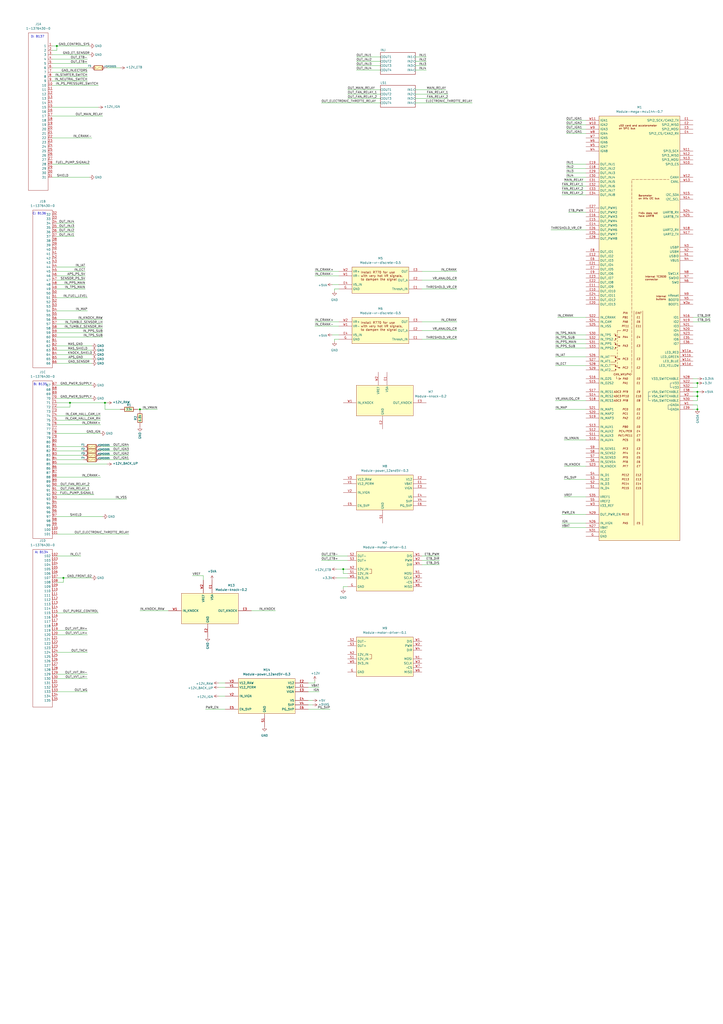
<source format=kicad_sch>
(kicad_sch (version 20231120) (generator "eeschema") (generator_version "8.0")
  (paper "A2" portrait)
  (title_block (date "2025-02-17"))
  (junction (at 33.02 26.67))
  (junction (at 199.39 330.2))
  (junction (at 405.13 229.87))
  (junction (at 81.28 237.49))
  (junction (at 405.13 237.49))
  (junction (at 40.64 233.68))
  (junction (at 36.83 335.28))
  (junction (at 405.13 227.33))
  (junction (at 405.13 222.25))
  (junction (at 60.96 233.68))
  (wire (pts (xy 33.02 26.67) (xy 52.07 26.67)))
  (wire (pts (xy 33.02 243.84) (xy 58.42 243.84)))
  (wire (pts (xy 322.58 212.09) (xy 340.36 212.09)))
  (wire (pts (xy 196.85 196.85) (xy 194.31 196.85)))
  (wire (pts (xy 58.42 264.16) (xy 74.93 264.16)))
  (wire (pts (xy 327.66 270.51) (xy 340.36 270.51)))
  (wire (pts (xy 33.02 355.6) (xy 57.15 355.6)))
  (wire (pts (xy 322.58 237.49) (xy 340.36 237.49)))
  (wire (pts (xy 33.02 157.48) (xy 49.53 157.48)))
  (wire (pts (xy 30.48 80.01) (xy 53.34 80.01)))
  (wire (pts (xy 33.02 299.72) (xy 59.69 299.72)))
  (wire (pts (xy 194.31 196.85) (xy 194.31 198.12)))
  (wire (pts (xy 182.88 186.69) (xy 196.85 186.69)))
  (wire (pts (xy 33.02 335.28) (xy 36.83 335.28)))
  (wire (pts (xy 405.13 234.95) (xy 405.13 237.49)))
  (wire (pts (xy 179.07 406.4) (xy 181.61 406.4)))
  (wire (pts (xy 30.48 31.75) (xy 52.07 31.75)))
  (wire (pts (xy 241.3 35.56) (xy 247.65 35.56)))
  (wire (pts (xy 33.02 162.56) (xy 49.53 162.56)))
  (wire (pts (xy 182.88 160.02) (xy 196.85 160.02)))
  (wire (pts (xy 127 396.24) (xy 130.81 396.24)))
  (wire (pts (xy 245.11 327.66) (xy 255.27 327.66)))
  (wire (pts (xy 30.48 46.99) (xy 50.8 46.99)))
  (wire (pts (xy 326.39 107.95) (xy 340.36 107.95)))
  (wire (pts (xy 207.01 40.64) (xy 220.98 40.64)))
  (wire (pts (xy 80.01 237.49) (xy 81.28 237.49)))
  (wire (pts (xy 33.02 208.28) (xy 53.34 208.28)))
  (wire (pts (xy 33.02 132.08) (xy 43.18 132.08)))
  (wire (pts (xy 328.93 74.93) (xy 340.36 74.93)))
  (wire (pts (xy 60.96 237.49) (xy 60.96 233.68)))
  (wire (pts (xy 199.39 340.36) (xy 199.39 341.63)))
  (wire (pts (xy 322.58 232.41) (xy 340.36 232.41)))
  (wire (pts (xy 33.02 172.72) (xy 50.8 172.72)))
  (wire (pts (xy 179.07 398.78) (xy 185.42 398.78)))
  (wire (pts (xy 33.02 393.7) (xy 50.8 393.7)))
  (wire (pts (xy 30.48 62.23) (xy 57.15 62.23)))
  (wire (pts (xy 194.31 167.64) (xy 194.31 168.91)))
  (wire (pts (xy 402.59 224.79) (xy 405.13 224.79)))
  (wire (pts (xy 207.01 35.56) (xy 220.98 35.56)))
  (wire (pts (xy 405.13 224.79) (xy 405.13 222.25)))
  (wire (pts (xy 245.11 196.85) (xy 265.43 196.85)))
  (wire (pts (xy 33.02 203.2) (xy 53.34 203.2)))
  (wire (pts (xy 245.11 191.77) (xy 265.43 191.77)))
  (wire (pts (xy 30.48 95.25) (xy 52.07 95.25)))
  (wire (pts (xy 33.02 129.54) (xy 43.18 129.54)))
  (wire (pts (xy 33.02 368.3) (xy 50.8 368.3)))
  (wire (pts (xy 33.02 309.88) (xy 74.93 309.88)))
  (wire (pts (xy 402.59 227.33) (xy 405.13 227.33)))
  (wire (pts (xy 30.48 44.45) (xy 50.8 44.45)))
  (wire (pts (xy 33.02 236.22) (xy 40.64 236.22)))
  (wire (pts (xy 33.02 134.62) (xy 43.18 134.62)))
  (wire (pts (xy 33.02 233.68) (xy 40.64 233.68)))
  (wire (pts (xy 33.02 378.46) (xy 50.8 378.46)))
  (wire (pts (xy 322.58 201.93) (xy 340.36 201.93)))
  (wire (pts (xy 33.02 266.7) (xy 48.26 266.7)))
  (wire (pts (xy 196.85 167.64) (xy 194.31 167.64)))
  (wire (pts (xy 186.69 59.69) (xy 220.98 59.69)))
  (wire (pts (xy 146.05 354.33) (xy 160.02 354.33)))
  (wire (pts (xy 328.93 97.79) (xy 340.36 97.79)))
  (wire (pts (xy 33.02 210.82) (xy 53.34 210.82)))
  (wire (pts (xy 323.85 184.15) (xy 340.36 184.15)))
  (wire (pts (xy 30.48 34.29) (xy 50.8 34.29)))
  (wire (pts (xy 330.2 123.19) (xy 340.36 123.19)))
  (wire (pts (xy 326.39 113.03) (xy 340.36 113.03)))
  (wire (pts (xy 241.3 52.07) (xy 259.08 52.07)))
  (wire (pts (xy 328.93 100.33) (xy 340.36 100.33)))
  (wire (pts (xy 245.11 322.58) (xy 255.27 322.58)))
  (wire (pts (xy 127 398.78) (xy 130.81 398.78)))
  (wire (pts (xy 201.93 54.61) (xy 220.98 54.61)))
  (wire (pts (xy 33.02 167.64) (xy 49.53 167.64)))
  (wire (pts (xy 36.83 337.82) (xy 36.83 335.28)))
  (wire (pts (xy 33.02 269.24) (xy 62.23 269.24)))
  (wire (pts (xy 402.59 219.71) (xy 405.13 219.71)))
  (wire (pts (xy 199.39 332.74) (xy 199.39 330.2)))
  (wire (pts (xy 241.3 57.15) (xy 260.35 57.15)))
  (wire (pts (xy 30.48 39.37) (xy 52.07 39.37)))
  (wire (pts (xy 322.58 199.39) (xy 340.36 199.39)))
  (wire (pts (xy 33.02 284.48) (xy 52.07 284.48)))
  (wire (pts (xy 33.02 205.74) (xy 53.34 205.74)))
  (wire (pts (xy 33.02 231.14) (xy 53.34 231.14)))
  (wire (pts (xy 402.59 222.25) (xy 405.13 222.25)))
  (wire (pts (xy 328.93 95.25) (xy 340.36 95.25)))
  (wire (pts (xy 33.02 391.16) (xy 50.8 391.16)))
  (wire (pts (xy 201.93 52.07) (xy 220.98 52.07)))
  (wire (pts (xy 33.02 287.02) (xy 54.61 287.02)))
  (wire (pts (xy 405.13 232.41) (xy 405.13 229.87)))
  (wire (pts (xy 33.02 289.56) (xy 73.66 289.56)))
  (wire (pts (xy 33.02 154.94) (xy 49.53 154.94)))
  (wire (pts (xy 207.01 38.1) (xy 220.98 38.1)))
  (wire (pts (xy 69.85 237.49) (xy 60.96 237.49)))
  (wire (pts (xy 320.04 133.35) (xy 340.36 133.35)))
  (wire (pts (xy 33.02 276.86) (xy 58.42 276.86)))
  (wire (pts (xy 245.11 325.12) (xy 255.27 325.12)))
  (wire (pts (xy 33.02 401.32) (xy 50.8 401.32)))
  (wire (pts (xy 36.83 335.28) (xy 53.34 335.28)))
  (wire (pts (xy 327.66 255.27) (xy 340.36 255.27)))
  (wire (pts (xy 193.04 165.1) (xy 196.85 165.1)))
  (wire (pts (xy 402.59 186.69) (xy 412.75 186.69)))
  (wire (pts (xy 241.3 33.02) (xy 247.65 33.02)))
  (wire (pts (xy 30.48 102.87) (xy 52.07 102.87)))
  (wire (pts (xy 30.48 29.21) (xy 33.02 29.21)))
  (wire (pts (xy 33.02 193.04) (xy 59.69 193.04)))
  (wire (pts (xy 127 403.86) (xy 130.81 403.86)))
  (wire (pts (xy 40.64 236.22) (xy 40.64 233.68)))
  (wire (pts (xy 30.48 41.91) (xy 50.8 41.91)))
  (wire (pts (xy 402.59 229.87) (xy 405.13 229.87)))
  (wire (pts (xy 33.02 241.3) (xy 58.42 241.3)))
  (wire (pts (xy 402.59 234.95) (xy 405.13 234.95)))
  (wire (pts (xy 33.02 137.16) (xy 43.18 137.16)))
  (wire (pts (xy 33.02 264.16) (xy 48.26 264.16)))
  (wire (pts (xy 322.58 207.01) (xy 340.36 207.01)))
  (wire (pts (xy 241.3 54.61) (xy 260.35 54.61)))
  (wire (pts (xy 402.59 184.15) (xy 412.75 184.15)))
  (wire (pts (xy 33.02 180.34) (xy 50.8 180.34)))
  (wire (pts (xy 33.02 281.94) (xy 52.07 281.94)))
  (wire (pts (xy 33.02 190.5) (xy 59.69 190.5)))
  (wire (pts (xy 326.39 110.49) (xy 340.36 110.49)))
  (wire (pts (xy 201.93 57.15) (xy 220.98 57.15)))
  (wire (pts (xy 33.02 195.58) (xy 59.69 195.58)))
  (wire (pts (xy 186.69 322.58) (xy 201.93 322.58)))
  (wire (pts (xy 328.93 69.85) (xy 340.36 69.85)))
  (wire (pts (xy 245.11 157.48) (xy 265.43 157.48)))
  (wire (pts (xy 322.58 194.31) (xy 340.36 194.31)))
  (wire (pts (xy 195.58 330.2) (xy 199.39 330.2)))
  (wire (pts (xy 33.02 200.66) (xy 53.34 200.66)))
  (wire (pts (xy 402.59 232.41) (xy 405.13 232.41)))
  (wire (pts (xy 81.28 354.33) (xy 97.79 354.33)))
  (wire (pts (xy 326.39 303.53) (xy 340.36 303.53)))
  (wire (pts (xy 30.48 36.83) (xy 50.8 36.83)))
  (wire (pts (xy 179.07 396.24) (xy 182.88 396.24)))
  (wire (pts (xy 322.58 196.85) (xy 340.36 196.85)))
  (wire (pts (xy 40.64 233.68) (xy 60.96 233.68)))
  (wire (pts (xy 58.42 261.62) (xy 74.93 261.62)))
  (wire (pts (xy 327.66 288.29) (xy 340.36 288.29)))
  (wire (pts (xy 186.69 325.12) (xy 201.93 325.12)))
  (wire (pts (xy 30.48 26.67) (xy 33.02 26.67)))
  (wire (pts (xy 182.88 157.48) (xy 196.85 157.48)))
  (wire (pts (xy 195.58 335.28) (xy 201.93 335.28)))
  (wire (pts (xy 405.13 227.33) (xy 406.4 227.33)))
  (wire (pts (xy 30.48 67.31) (xy 59.69 67.31)))
  (wire (pts (xy 245.11 167.64) (xy 265.43 167.64)))
  (wire (pts (xy 328.93 77.47) (xy 340.36 77.47)))
  (wire (pts (xy 33.02 322.58) (xy 46.99 322.58)))
  (wire (pts (xy 241.3 59.69) (xy 274.32 59.69)))
  (wire (pts (xy 33.02 261.62) (xy 48.26 261.62)))
  (wire (pts (xy 33.02 365.76) (xy 50.8 365.76)))
  (wire (pts (xy 33.02 259.08) (xy 48.26 259.08)))
  (wire (pts (xy 201.93 340.36) (xy 199.39 340.36)))
  (wire (pts (xy 33.02 337.82) (xy 36.83 337.82)))
  (wire (pts (xy 33.02 251.46) (xy 58.42 251.46)))
  (wire (pts (xy 30.48 49.53) (xy 57.15 49.53)))
  (wire (pts (xy 179.07 411.48) (xy 191.77 411.48)))
  (wire (pts (xy 33.02 246.38) (xy 58.42 246.38)))
  (wire (pts (xy 33.02 223.52) (xy 53.34 223.52)))
  (wire (pts (xy 201.93 332.74) (xy 199.39 332.74)))
  (wire (pts (xy 81.28 237.49) (xy 91.44 237.49)))
  (wire (pts (xy 328.93 72.39) (xy 340.36 72.39)))
  (wire (pts (xy 241.3 40.64) (xy 247.65 40.64)))
  (wire (pts (xy 193.04 194.31) (xy 196.85 194.31)))
  (wire (pts (xy 405.13 227.33) (xy 405.13 229.87)))
  (wire (pts (xy 207.01 33.02) (xy 220.98 33.02)))
  (wire (pts (xy 33.02 165.1) (xy 49.53 165.1)))
  (wire (pts (xy 58.42 259.08) (xy 74.93 259.08)))
  (wire (pts (xy 402.59 237.49) (xy 405.13 237.49)))
  (wire (pts (xy 326.39 306.07) (xy 340.36 306.07)))
  (wire (pts (xy 182.88 396.24) (xy 182.88 394.97)))
  (wire (pts (xy 327.66 105.41) (xy 340.36 105.41)))
  (wire (pts (xy 327.66 278.13) (xy 340.36 278.13)))
  (wire (pts (xy 119.38 411.48) (xy 130.81 411.48)))
  (wire (pts (xy 58.42 266.7) (xy 74.93 266.7)))
  (wire (pts (xy 33.02 29.21) (xy 33.02 26.67)))
  (wire (pts (xy 62.23 39.37) (xy 69.85 39.37)))
  (wire (pts (xy 199.39 330.2) (xy 201.93 330.2)))
  (wire (pts (xy 245.11 186.69) (xy 265.43 186.69)))
  (wire (pts (xy 60.96 233.68) (xy 62.23 233.68)))
  (wire (pts (xy 241.3 38.1) (xy 247.65 38.1)))
  (wire (pts (xy 179.07 401.32) (xy 185.42 401.32)))
  (wire (pts (xy 182.88 189.23) (xy 196.85 189.23)))
  (wire (pts (xy 33.02 185.42) (xy 59.69 185.42)))
  (wire (pts (xy 33.02 160.02) (xy 49.53 160.02)))
  (wire (pts (xy 111.76 334.01) (xy 118.11 334.01)))
  (wire (pts (xy 245.11 162.56) (xy 265.43 162.56)))
  (wire (pts (xy 179.07 408.94) (xy 181.61 408.94)))
  (wire (pts (xy 326.39 298.45) (xy 340.36 298.45)))
  (wire (pts (xy 328.93 102.87) (xy 340.36 102.87)))
  (wire (pts (xy 33.02 187.96) (xy 59.69 187.96)))
  (wire (pts (xy 118.11 334.01) (xy 118.11 336.55)))
  (text "B: B135" (at 23.368 223.012 0) (effects (font (size 1.27 1.27))))
  (text "A: B134" (at 24.13 320.548 0) (effects (font (size 1.27 1.27))))
  (text "D: B137" (at 21.844 21.336 0) (effects (font (size 1.27 1.27))))
  (text "C: B136" (at 22.86 123.952 0) (effects (font (size 1.27 1.27))))
  (label "IN_TPS_SUB" (at 322.58 196.85 0))
  (label "OUT_INJ1" (at 207.01 33.02 0))
  (label "OUT_INJ1" (at 43.18 137.16 180))
  (label "IGN" (at 185.42 401.32 180))
  (label "THRESHOLD_VR_CR" (at 265.43 196.85 180))
  (label "ETB_DIR" (at 412.75 184.15 180))
  (label "PWR_EN" (at 119.38 411.48 0))
  (label "FAN_RELAY_2" (at 260.35 57.15 180))
  (label "GND_IGN" (at 58.42 251.46 180))
  (label "OUT_INJ2" (at 207.01 35.56 0))
  (label "IN_PPS_SUB" (at 322.58 201.93 0))
  (label "FUEL_PUMP_SIGNAL2" (at 52.07 95.25 180))
  (label "OUT_PURGE_CONTROL" (at 57.15 355.6 180))
  (label "IN_TPS_MAIN" (at 49.53 167.64 180))
  (label "FUEL_PUMP_SIGNAL1" (at 54.61 287.02 180))
  (label "OUT_IGN4" (at 74.93 259.08 180))
  (label "FAN_RELAY_2" (at 326.39 113.03 0))
  (label "INJ1" (at 328.93 95.25 0))
  (label "INJ3" (at 247.65 38.1 180))
  (label "GND_ET_SENSOR" (at 52.07 31.75 180))
  (label "OUT_INJ4" (at 207.01 40.64 0))
  (label "FAN_RELAY_1" (at 260.35 54.61 180))
  (label "GND_PWER_SUPPLY" (at 53.34 231.14 180))
  (label "INJ3" (at 328.93 100.33 0))
  (label "THRESHOLD_VR_CR" (at 265.43 167.64 180))
  (label "OUT_FAN_RELAY_2" (at 201.93 57.15 0))
  (label "INJ4" (at 247.65 40.64 180))
  (label "OUT_VVT_LH-" (at 50.8 393.7 180))
  (label "OUT_IGN1" (at 74.93 266.7 180))
  (label "INJ1" (at 247.65 33.02 180))
  (label "IN_CRANK" (at 265.43 157.48 180))
  (label "OUT_TACH" (at 50.8 378.46 180))
  (label "OUT_INJ4" (at 43.18 129.54 180))
  (label "IN_TUMBLE_SENSOR_LH" (at 59.69 187.96 180))
  (label "OUT_INJ2" (at 43.18 134.62 180))
  (label "IN_STARTER_SWITCH" (at 50.8 44.45 180))
  (label "OUT_FAN_RELAY_1" (at 52.07 284.48 180))
  (label "FAN_RELAY_2" (at 326.39 110.49 0))
  (label "OUT_ETB+" (at 186.69 325.12 0))
  (label "PG_5VP" (at 327.66 278.13 0))
  (label "OUT_IGN2" (at 328.93 72.39 0))
  (label "IGN" (at 326.39 303.53 0))
  (label "IN_CRANK-" (at 182.88 189.23 0))
  (label "VR_ANALOG_CR" (at 265.43 162.56 180))
  (label "IN_KNOCK" (at 160.02 354.33 180))
  (label "VREF" (at 111.76 334.01 0))
  (label "ETB_PWM" (at 330.2 123.19 0))
  (label "GND_PWER_SUPPLY" (at 53.34 223.52 180))
  (label "MAS_SHIELD" (at 39.37 203.2 0))
  (label "OUT_ELECTRONIC_THROTTE_RELAY" (at 74.93 309.88 180))
  (label "OUT_ELECTRONIC_THROTTE_RELAY" (at 186.69 59.69 0))
  (label "IN_CRANK+" (at 182.88 157.48 0))
  (label "OUT_IGN2" (at 74.93 264.16 180))
  (label "OUT_ETB-" (at 186.69 322.58 0))
  (label "IN_KNOCK" (at 327.66 270.51 0))
  (label "IN_KNOCK_RAW" (at 81.28 354.33 0))
  (label "FAN_RELAY_1" (at 326.39 107.95 0))
  (label "IN_CAM_HALL_CAM_RH" (at 58.42 243.84 180))
  (label "OUT_FAN_RELAY_2" (at 52.07 281.94 180))
  (label "OUT_IGN1" (at 328.93 74.93 0))
  (label "GND_CONTROL_SYS" (at 52.07 26.67 180))
  (label "APS_PS_5V" (at 49.53 160.02 180))
  (label "IN_CRANK" (at 323.85 184.15 0))
  (label "OUT_ETB-" (at 50.8 34.29 180))
  (label "OUT_VVT_RH+" (at 50.8 365.76 180))
  (label "IN_TUMBLE_SENSOR_RH" (at 59.69 190.5 180))
  (label "OUT_VVT_LH+" (at 50.8 368.3 180))
  (label "INJ2" (at 328.93 97.79 0))
  (label "IN_CRANK-" (at 182.88 160.02 0))
  (label "VREF" (at 327.66 288.29 0))
  (label "INJ2" (at 247.65 35.56 180))
  (label "GND_FRONT_02" (at 53.34 335.28 180))
  (label "IN_PPS_SUB" (at 59.69 193.04 180))
  (label "IN_CLT" (at 46.99 322.58 180))
  (label "ETB_DIS" (at 412.75 186.69 180))
  (label "IN_PS_PRESSURE_SWIITCH" (at 57.15 49.53 180))
  (label "OUT_IGN1" (at 328.93 69.85 0))
  (label "IN_IAT" (at 49.53 154.94 180))
  (label "ETB_DIS" (at 255.27 327.66 180))
  (label "ELECTRONIC_THROTTE_RELAY" (at 274.32 59.69 180))
  (label "IN_ECT" (at 49.53 157.48 180))
  (label "GND_SENSOR" (at 52.07 210.82 180))
  (label "IN_CRANK+" (at 182.88 186.69 0))
  (label "IN_CAM_HALL_CAM_LH" (at 58.42 241.3 180))
  (label "OUT_IGN3" (at 74.93 261.62 180))
  (label "OUT_ETB+" (at 50.8 36.83 180))
  (label "THRESHOLD_VR_CR" (at 320.04 133.35 0))
  (label "VR_ANALOG_CR" (at 265.43 191.77 180))
  (label "VBAT" (at 326.39 306.07 0))
  (label "OUT_MAIN_RELAY" (at 201.93 52.07 0))
  (label "IN_MAP" (at 322.58 237.49 0))
  (label "SHIELD" (at 40.64 299.72 0))
  (label "IN_FUEL_LEVEL" (at 50.8 172.72 180))
  (label "INJ4" (at 328.93 102.87 0))
  (label "VBAT" (at 185.42 398.78 180))
  (label "VR_ANALOG_CR" (at 322.58 232.41 0))
  (label "IN_TPS_SUB" (at 59.69 195.58 180))
  (label "ETB_PWM" (at 255.27 322.58 180))
  (label "IN_IAT" (at 322.58 207.01 0))
  (label "IN_CRANK-" (at 53.34 80.01 180))
  (label "IN_ECT" (at 322.58 212.09 0))
  (label "OUT_FAN_RELAY_1" (at 201.93 54.61 0))
  (label "KNOCK_SHIELD" (at 39.37 205.74 0))
  (label "IN_CRANK-" (at 58.42 276.86 180))
  (label "IN_NEUTRAL_SWITCH" (at 50.8 46.99 180))
  (label "SENSOR_PS_5V" (at 49.53 162.56 180))
  (label "IN_VMAIN" (at 91.44 237.49 180))
  (label "IN_MAP" (at 50.8 180.34 180))
  (label "ETB_DIR" (at 255.27 325.12 180))
  (label "OUT_IGN1" (at 328.93 77.47 0))
  (label "IN_PPS_MAIN" (at 49.53 165.1 180))
  (label "IN_TPS_MAIN" (at 322.58 194.31 0))
  (label "IN_CRANK" (at 265.43 186.69 180))
  (label "IN_KNOCK_RAW" (at 59.69 185.42 180))
  (label "SHIELD" (at 33.02 102.87 0))
  (label "OUT_MAIN_RELAY" (at 59.69 67.31 180))
  (label "IN_CRANK+" (at 58.42 246.38 180))
  (label "PG_5VP" (at 191.77 411.48 180))
  (label "OUT_INJ3" (at 43.18 132.08 180))
  (label "MAS_GND" (at 39.37 200.66 0))
  (label "IN_VSS" (at 73.66 289.56 180))
  (label "OUT_WG" (at 50.8 401.32 180))
  (label "OUT_VVT_RH-" (at 50.8 391.16 180))
  (label "GND_INJECTORS" (at 50.8 41.91 180))
  (label "PWR_EN" (at 326.39 298.45 0))
  (label "IN_VMAIN" (at 327.66 255.27 0))
  (label "IN_PPS_MAIN" (at 322.58 199.39 0))
  (label "MAIN_RELAY" (at 259.08 52.07 180))
  (label "APS_GND" (at 48.26 208.28 180))
  (label "MAIN_RELAY" (at 327.66 105.41 0))
  (label "OUT_INJ3" (at 207.01 38.1 0))
  (symbol (lib_id "hellen-one-common:+12V_RAW") (at 127 403.86 90) (mirror x) (unit 1)
    (property "Reference" "#PWR020" (effects (hide yes)))
    (property "Value" "+12V_IGN" (at 123.8249 404.2283 90) (effects (justify left)))
  )
  (symbol (lib_id "power:GND") (at 53.34 200.66 90) (mirror x) (unit 1)
    (property "Reference" "#PWR054" (effects (hide yes)))
    (property "Value" "GND" (at 58.42 200.66 90))
  )
  (symbol (lib_id "hellen-one-power_12and5V-0.3:Module-power_12and5V-0.3") (at 138.43 393.7 0) (unit 1)
    (property "Reference" "M14" (at 154.94 388.62 0))
    (property "Value" "Module-power_12and5V-0.3" (at 154.94 391.16 0))
    (property "Footprint" "hellen-one-power_12and5V-0.3:power_12and5V" (effects (hide yes)))
    (property "Description" "Hellen-One Power_12and5V Module" (effects (hide yes)))
  )
  (symbol (lib_id "hellen-one-common:+12V_RAW") (at 195.58 330.2 90) (mirror x) (unit 1)
    (property "Reference" "#PWR024" (effects (hide yes)))
    (property "Value" "+12V_ETB" (at 192.4049 330.5683 90) (effects (justify left)))
  )
  (symbol (lib_id "power:GND") (at 52.07 31.75 90) (mirror x) (unit 1)
    (property "Reference" "#PWR016" (effects (hide yes)))
    (property "Value" "GND" (at 57.15 31.75 90))
  )
  (symbol (lib_id "hellen-one-mega-mcu144-0.7:Module-mega-mcu144-0.7") (at 340.36 69.85 0) (unit 1)
    (property "Reference" "M1" (at 371.475 62.23 0))
    (property "Value" "Module-mega-mcu144-0.7" (at 371.475 64.77 0))
    (property "Footprint" "hellen-one-mega-mcu144-0.7:mega-mcu144" (effects (hide yes)))
    (property "Description" "Hellen One MEGA_MCU144 Module" (effects (hide yes)))
    (property "PUBLISHER" "qwerty-off" (effects (hide yes)))
    (property "SUPPLIER PART NUMBER 1" "*" (effects (hide yes)))
    (property "SUPPLIER PART NUMBER 2" "*" (effects (hide yes)))
    (property "SUPPLIER 1" "Mouser" (effects (hide yes)))
    (property "SUPPLIER 2" "Digi-Key" (effects (hide yes)))
    (property "FITTED" "False" (effects (hide yes)))
    (property "SUPPLIER 3" "LCSC" (effects (hide yes)))
    (property "TYPE" "Module" (effects (hide yes)))
  )
  (symbol (lib_id "power:+5VA") (at 193.04 194.31 90) (mirror x) (unit 1)
    (property "Reference" "#PWR05" (effects (hide yes)))
    (property "Value" "+5VA" (at 187.4456 194.6783 90))
  )
  (symbol (lib_id "hellen-one-common:Res") (at 81.28 247.65 90) (unit 1)
    (property "Reference" "R2" (at 78.74 242.57 0))
    (property "Value" "6.8k" (at 81.28 242.57 0))
    (property "Footprint" "hellen-one-common:R0603" (effects (hide yes)))
    (property "LCSC" "C23212" (effects (hide yes)))
  )
  (symbol (lib_id "hellen-one-can-0.1:Module-can-0.1") (at 499.11 44.45 0) (unit 1)
    (property "Reference" "M4" (at 515.62 39.37 0))
    (property "Value" "Module-can-0.1" (at 515.62 41.91 0))
    (property "Footprint" "hellen-one-can-0.1:can" (effects (hide yes)))
    (property "Description" "Hellen-One CAN Module" (effects (hide yes)))
  )
  (symbol (lib_id "hellen-one-common:Fuse-Pad-Pad") (at 53.34 259.08 0) (unit 1)
    (property "Reference" "F1" (at 48.26 257.9948 0) (effects (font (size 1.016 1.016))))
    (property "Value" "nSMD005" (at 60.2327 258.2221 0) (effects (font (size 1.016 1.016))))
    (property "Footprint" "hellen-one-common:PAD-1206-PAD" (effects (hide yes)))
    (property "LCSC" "C369153" (effects (hide yes)))
  )
  (symbol (lib_id "power:GND") (at 120.65 369.57 0) (mirror y) (unit 1)
    (property "Reference" "#PWR01" (effects (hide yes)))
    (property "Value" "GND" (at 120.65 374.65 90))
  )
  (symbol (lib_id "power:+5VA") (at 406.4 227.33 270) (mirror x) (unit 1)
    (property "Reference" "#PWR029" (effects (hide yes)))
    (property "Value" "+5VA" (at 411.734 227.33 90))
  )
  (symbol (lib_id "power:GND") (at 53.34 223.52 90) (mirror x) (unit 1)
    (property "Reference" "#PWR013" (effects (hide yes)))
    (property "Value" "GND" (at 58.42 223.52 90))
  )
  (symbol (lib_id "hellen-one-common:+12V_RAW") (at 62.23 233.68 270) (mirror x) (unit 1)
    (property "Reference" "#PWR09" (effects (hide yes)))
    (property "Value" "+12V_RAW" (at 65.4051 233.3117 90) (effects (justify left)))
  )
  (symbol (lib_id "power:+3.3V") (at 195.58 335.28 90) (unit 1)
    (property "Reference" "#PWR050" (effects (hide yes)))
    (property "Value" "+3.3V" (at 193.04 335.28 90) (effects (justify left)))
  )
  (symbol (lib_id "power:GND") (at 52.07 26.67 90) (mirror x) (unit 1)
    (property "Reference" "#PWR017" (effects (hide yes)))
    (property "Value" "GND" (at 57.15 26.67 90))
  )
  (symbol (lib_id "hellen-one-common:Fuse-Pad-Pad") (at 57.15 39.37 0) (unit 1)
    (property "Reference" "F5" (at 52.07 38.2848 0) (effects (font (size 1.016 1.016))))
    (property "Value" "nSMD005" (at 64.0427 38.5121 0) (effects (font (size 1.016 1.016))))
    (property "Footprint" "hellen-one-common:PAD-1206-PAD" (effects (hide yes)))
    (property "LCSC" "C369153" (effects (hide yes)))
  )
  (symbol (lib_id "power:GND") (at 81.28 247.65 0) (mirror y) (unit 1)
    (property "Reference" "#PWR021" (effects (hide yes)))
    (property "Value" "GND" (at 81.28 252.73 90))
  )
  (symbol (lib_id "hellen-one-motor-driver-0.1:Module-motor-driver-0.1") (at 207.01 369.57 0) (unit 1)
    (property "Reference" "M9" (at 223.52 364.49 0))
    (property "Value" "Module-motor-driver-0.1" (at 223.52 367.03 0))
    (property "Footprint" "hellen-one-motor-driver-0.1:motor-driver" (effects (hide yes)))
  )
  (symbol (lib_id "power:GND") (at 52.07 102.87 90) (mirror x) (unit 1)
    (property "Reference" "#PWR033" (effects (hide yes)))
    (property "Value" "GND" (at 57.15 102.87 90))
  )
  (symbol (lib_id "hellen-one-vr-discrete-0.5:Module-vr-discrete-0.5") (at 204.47 154.94 0) (unit 1)
    (property "Reference" "M5" (at 220.98 149.86 0))
    (property "Value" "Module-vr-discrete-0.5" (at 220.98 152.4 0))
    (property "Footprint" "hellen-one-vr-discrete-0.5:vr-discrete" (effects (hide yes)))
  )
  (symbol (lib_id "power:GND") (at 194.31 198.12 0) (mirror y) (unit 1)
    (property "Reference" "#PWR06" (effects (hide yes)))
    (property "Value" "GND" (at 194.31 203.2 0))
  )
  (symbol (lib_id "hellen-one-common:+12V_RAW") (at 57.15 62.23 270) (mirror x) (unit 1)
    (property "Reference" "#PWR08" (effects (hide yes)))
    (property "Value" "+12V_IGN" (at 60.3251 61.8617 90) (effects (justify left)))
  )
  (symbol (lib_id "hellen-one-vr-discrete-0.5:Module-vr-discrete-0.5") (at 204.47 184.15 0) (unit 1)
    (property "Reference" "M6" (at 220.98 179.07 0))
    (property "Value" "Module-vr-discrete-0.5" (at 220.98 181.61 0))
    (property "Footprint" "hellen-one-vr-discrete-0.5:vr-discrete" (effects (hide yes)))
  )
  (symbol (lib_id "power:GND") (at 194.31 168.91 0) (mirror y) (unit 1)
    (property "Reference" "#PWR04" (effects (hide yes)))
    (property "Value" "GND" (at 194.31 173.99 0))
  )
  (symbol (lib_id "hellen-one-knock-0.2:Module-knock-0.2") (at 207.01 223.52 0) (unit 1)
    (property "Reference" "M7" (at 250.19 227.3614 0))
    (property "Value" "Module-knock-0.2" (at 250.19 229.9014 0))
    (property "Footprint" "hellen-one-knock-0.2:knock" (effects (hide yes)))
    (property "Description" "Hellen-One Knock Pre-amplifier Module" (effects (hide yes)))
  )
  (symbol (lib_id "rusefi_1-1376430-0_135pin:1-1376430-0") (at 30.48 266.7 0) (mirror y) (unit 3)
    (property "Reference" "J1" (at 24.765 215.9 0))
    (property "Value" "1-1376430-0" (at 24.765 218.44 0))
    (property "Footprint" "STI:1-1376430-0" (effects (hide yes)))
  )
  (symbol (lib_id "power:GND") (at 53.34 231.14 90) (mirror x) (unit 1)
    (property "Reference" "#PWR012" (effects (hide yes)))
    (property "Value" "GND" (at 58.42 231.14 90))
  )
  (symbol (lib_id "power:GND") (at 58.42 251.46 90) (mirror x) (unit 1)
    (property "Reference" "#PWR011" (effects (hide yes)))
    (property "Value" "GND" (at 63.5 251.46 90))
  )
  (symbol (lib_id "power:GND") (at 153.67 421.64 0) (mirror y) (unit 1)
    (property "Reference" "#PWR018" (effects (hide yes)))
    (property "Value" "GND" (at 153.67 426.72 0))
  )
  (symbol (lib_id "power:GND") (at 53.34 210.82 90) (mirror x) (unit 1)
    (property "Reference" "#PWR014" (effects (hide yes)))
    (property "Value" "GND" (at 58.42 210.82 90))
  )
  (symbol (lib_id "hellen-one-common:Res") (at 69.85 237.49 0) (unit 1)
    (property "Reference" "R1" (at 74.93 234.95 0))
    (property "Value" "33k" (at 74.93 237.49 0))
    (property "Footprint" "hellen-one-common:R0603" (effects (hide yes)))
    (property "LCSC" "C4216" (effects (hide yes)))
  )
  (symbol (lib_id "hellen-one-power_12and5V-0.3:Module-power_12and5V-0.3") (at 207.01 275.59 0) (unit 1)
    (property "Reference" "M8" (at 223.52 270.51 0))
    (property "Value" "Module-power_12and5V-0.3" (at 223.52 273.05 0))
    (property "Footprint" "hellen-one-power_12and5V-0.3:power_12and5V" (effects (hide yes)))
    (property "Description" "Hellen-One Power_12and5V Module" (effects (hide yes)))
  )
  (symbol (lib_id "hellen-one-motor-driver-0.1:Module-motor-driver-0.1") (at 207.01 320.04 0) (unit 1)
    (property "Reference" "M2" (at 223.52 314.96 0))
    (property "Value" "Module-motor-driver-0.1" (at 223.52 317.5 0))
    (property "Footprint" "hellen-one-motor-driver-0.1:motor-driver" (effects (hide yes)))
  )
  (symbol (lib_id "power:+5VA") (at 193.04 165.1 90) (mirror x) (unit 1)
    (property "Reference" "#PWR03" (effects (hide yes)))
    (property "Value" "+5VA" (at 187.4456 165.4683 90))
  )
  (symbol (lib_id "power:GND") (at 53.34 205.74 90) (mirror x) (unit 1)
    (property "Reference" "#PWR052" (effects (hide yes)))
    (property "Value" "GND" (at 58.42 205.74 90))
  )
  (symbol (lib_id "power:GND") (at 53.34 335.28 90) (mirror x) (unit 1)
    (property "Reference" "#PWR010" (effects (hide yes)))
    (property "Value" "GND" (at 58.42 335.28 90))
  )
  (symbol (lib_id "hellen-one-knock-0.2:Module-knock-0.2") (at 105.41 344.17 0) (unit 1)
    (property "Reference" "M13" (at 134.366 339.598 0))
    (property "Value" "Module-knock-0.2" (at 134.366 342.138 0))
    (property "Footprint" "hellen-one-knock-0.2:knock" (effects (hide yes)))
    (property "Description" "Hellen-One Knock Pre-amplifier Module" (effects (hide yes)))
  )
  (symbol (lib_id "alphax:+5VAS") (at 181.61 408.94 270) (unit 1)
    (property "Reference" "#PWR027" (effects (hide yes)))
    (property "Value" "+5VAS" (at 184.912 408.686 90) (effects (justify left)))
  )
  (symbol (lib_id "hellen-one-wbo-0.5:Module-wbo-0.5") (at 300.99 -72.39 0) (unit 1)
    (property "Reference" "M3" (at 317.5 -77.47 0))
    (property "Value" "Module-wbo-0.5" (at 317.5 -74.93 0))
    (property "Footprint" "hellen-one-wbo-0.5:wbo" (effects (hide yes)))
  )
  (symbol (lib_id "hellen-one-common:+12V_RAW") (at 127 398.78 90) (mirror x) (unit 1)
    (property "Reference" "#PWR022" (effects (hide yes)))
    (property "Value" "+12V_BACK_UP" (at 123.8249 399.1483 90) (effects (justify left)))
  )
  (symbol (lib_id "hellen-one-common:Fuse-Pad-Pad") (at 53.34 264.16 0) (unit 1)
    (property "Reference" "F3" (at 48.26 263.0748 0) (effects (font (size 1.016 1.016))))
    (property "Value" "nSMD005" (at 60.2327 263.3021 0) (effects (font (size 1.016 1.016))))
    (property "Footprint" "hellen-one-common:PAD-1206-PAD" (effects (hide yes)))
    (property "LCSC" "C369153" (effects (hide yes)))
  )
  (symbol (lib_id "hellen-one-common:+12V_RAW") (at 62.23 269.24 270) (mirror x) (unit 1)
    (property "Reference" "#PWR07" (effects (hide yes)))
    (property "Value" "+12V_BACK_UP" (at 65.4051 268.8717 90) (effects (justify left)))
  )
  (symbol (lib_id "power:GND") (at 59.69 299.72 90) (mirror x) (unit 1)
    (property "Reference" "#PWR051" (effects (hide yes)))
    (property "Value" "GND" (at 64.77 299.72 90))
  )
  (symbol (lib_id "power:GNDA") (at 405.13 237.49 0) (unit 1)
    (property "Reference" "#PWR030" (effects (hide yes)))
    (property "Value" "GNDA" (at 405.2443 243.0844 90))
  )
  (symbol (lib_id "power:GND") (at 199.39 341.63 0) (mirror y) (unit 1)
    (property "Reference" "#PWR025" (effects (hide yes)))
    (property "Value" "GND" (at 199.39 346.71 0))
  )
  (symbol (lib_id "hellen-one-common:+12V_RAW") (at 127 396.24 90) (mirror x) (unit 1)
    (property "Reference" "#PWR019" (effects (hide yes)))
    (property "Value" "+12V_RAW" (at 123.8249 396.6083 90) (effects (justify left)))
  )
  (symbol (lib_id "power:+3.3VA") (at 405.13 219.71 270) (unit 1)
    (property "Reference" "#PWR031" (effects (hide yes)))
    (property "Value" "+3.3VA" (at 407.67 219.71 90) (effects (justify left)))
  )
  (symbol (lib_id "power:+12V") (at 182.88 394.97 0) (unit 1)
    (property "Reference" "#PWR028" (effects (hide yes)))
    (property "Value" "+12V" (at 183.2483 390.6456 0))
  )
  (symbol (lib_id "hellen-one-common:Fuse-Pad-Pad") (at 53.34 261.62 0) (unit 1)
    (property "Reference" "F2" (at 48.26 260.5348 0) (effects (font (size 1.016 1.016))))
    (property "Value" "nSMD005" (at 60.2327 260.7621 0) (effects (font (size 1.016 1.016))))
    (property "Footprint" "hellen-one-common:PAD-1206-PAD" (effects (hide yes)))
    (property "LCSC" "C369153" (effects (hide yes)))
  )
  (symbol (lib_id "rusefi_1-1376430-0_135pin:1-1376430-0") (at 30.48 364.49 0) (mirror y) (unit 4)
    (property "Reference" "J1" (at 24.765 313.69 0))
    (property "Value" "1-1376430-0" (at 24.765 316.23 0))
    (property "Footprint" "STI:1-1376430-0" (effects (hide yes)))
  )
  (symbol (lib_id "power:+5V") (at 181.61 406.4 270) (unit 1)
    (property "Reference" "#PWR026" (effects (hide yes)))
    (property "Value" "+5V" (at 186.944 406.4 90))
  )
  (symbol (lib_id "power:GND") (at 53.34 203.2 90) (mirror x) (unit 1)
    (property "Reference" "#PWR053" (effects (hide yes)))
    (property "Value" "GND" (at 58.42 203.2 90))
  )
  (symbol (lib_id "rusefi_1-1376430-0_135pin:1-1376430-0") (at 30.48 167.64 0) (mirror y) (unit 2)
    (property "Reference" "J1" (at 24.765 116.84 0))
    (property "Value" "1-1376430-0" (at 24.765 119.38 0))
    (property "Footprint" "STI:1-1376430-0" (effects (hide yes)))
  )
  (symbol (lib_id "hellen-one-common:+12V_RAW") (at 69.85 39.37 270) (mirror x) (unit 1)
    (property "Reference" "#PWR023" (effects (hide yes)))
    (property "Value" "+12V_ETB" (at 73.0251 39.0017 90) (effects (justify left)))
  )
  (symbol (lib_id "power:GND") (at 53.34 208.28 90) (mirror x) (unit 1)
    (property "Reference" "#PWR015" (effects (hide yes)))
    (property "Value" "GND" (at 58.42 208.28 90))
  )
  (symbol (lib_id "rusefi_1-1376430-0_135pin:1-1376430-0") (at 27.94 64.77 0) (mirror y) (unit 1)
    (property "Reference" "J1" (at 22.225 13.97 0))
    (property "Value" "1-1376430-0" (at 22.225 16.51 0))
    (property "Footprint" "STI:1-1376430-0" (effects (hide yes)))
  )
  (symbol (lib_id "hellen-one-common:Fuse-Pad-Pad") (at 53.34 266.7 0) (unit 1)
    (property "Reference" "F4" (at 48.26 265.6148 0) (effects (font (size 1.016 1.016))))
    (property "Value" "nSMD005" (at 60.2327 265.8421 0) (effects (font (size 1.016 1.016))))
    (property "Footprint" "hellen-one-common:PAD-1206-PAD" (effects (hide yes)))
    (property "LCSC" "C369153" (effects (hide yes)))
  )
  (symbol (lib_id "power:+5VA") (at 123.19 336.55 0) (unit 1)
    (property "Reference" "#PWR02" (effects (hide yes)))
    (property "Value" "+5VA" (at 123.19 331.47 0))
  )
  (symbol (lib_id "power:+3.3V") (at 405.13 222.25 270) (unit 1)
    (property "Reference" "#PWR032" (effects (hide yes)))
    (property "Value" "+3.3V" (at 407.67 222.25 90) (effects (justify left)))
  )
  (sheet (at 220.98 30.48) (size 20.32 12.7) (stroke (width 0.1524))
    (property "Sheetname" "INJ" (at 220.98 29.7684 0) (effects (justify left bottom)))
    (property "Sheetfile" "INJ4.kicad_sch" (effects (hide yes)))
    (pin "IN1" input (at 241.3 33.02 0))
    (pin "IN2" input (at 241.3 35.56 0))
    (pin "IN4" input (at 241.3 40.64 0))
    (pin "IN3" input (at 241.3 38.1 0))
    (pin "OUT3" output (at 220.98 38.1 180))
    (pin "OUT2" output (at 220.98 35.56 180))
    (pin "OUT1" output (at 220.98 33.02 180))
    (pin "OUT4" output (at 220.98 40.64 180))
  )
  (sheet (at 220.98 49.53) (size 20.32 12.7) (stroke (width 0.1524))
    (property "Sheetname" "LS1" (at 220.98 48.8184 0) (effects (justify left bottom)))
    (property "Sheetfile" "INJ4.kicad_sch" (effects (hide yes)))
    (pin "IN1" input (at 241.3 52.07 0))
    (pin "IN2" input (at 241.3 54.61 0))
    (pin "IN4" input (at 241.3 59.69 0))
    (pin "IN3" input (at 241.3 57.15 0))
    (pin "OUT3" output (at 220.98 57.15 180))
    (pin "OUT2" output (at 220.98 54.61 180))
    (pin "OUT1" output (at 220.98 52.07 180))
    (pin "OUT4" output (at 220.98 59.69 180))
  )
)
</source>
